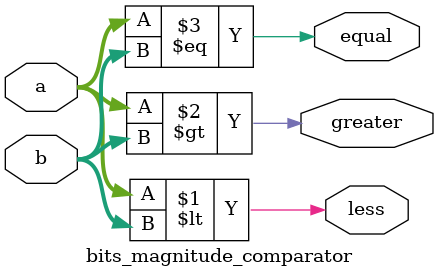
<source format=v>
module bits_magnitude_comparator(a,b,less,greater,equal);

	input[3:0] a,b;
	output less,greater,equal;
	
	/*
	wire[3:0] x;
	
	assign x[3] = ~((a[3]&~b[3])|(b[3]&~a[3]));
	assign x[2] = ~((a[2]&~b[2])|(b[2]&~a[2]));
	assign x[3] = ~((a[1]&~b[1])|(b[1]&~a[1]));
	assign x[3] = ~((a[0]&~b[0])|(b[0]&~a[0]));
	
	assign less = (a[3] & ~b[3])|(x[3] & (b[2] & ~a[2]))|(x[3] & x[2] & (b[1] & ~a[1])) | (x[3] & x[2] & x[1] & (b[0] & ~a[0]));
	assign equal = (x[3] & x[2] &x[1] & x[0]);
	assign greater = (a[3]&~b[3])|(x[3]&((a[2]&~b[2])))|(x[3]&x[2]&((a[1]&~b[1])))|(x[3]&x[2]&x[1]&(a[0]&~b[0]));
	
	initial
	begin
	//less = 0; greater = 0; equal=0;
	if (a<b)
		less = 1;
	else if (a>b)
		greater = 1;
	else if (a==b)
		equal = 1;
	end
	*/
	
	assign less = (a<b), greater = (a>b), equal = (a==b);
	
endmodule
</source>
